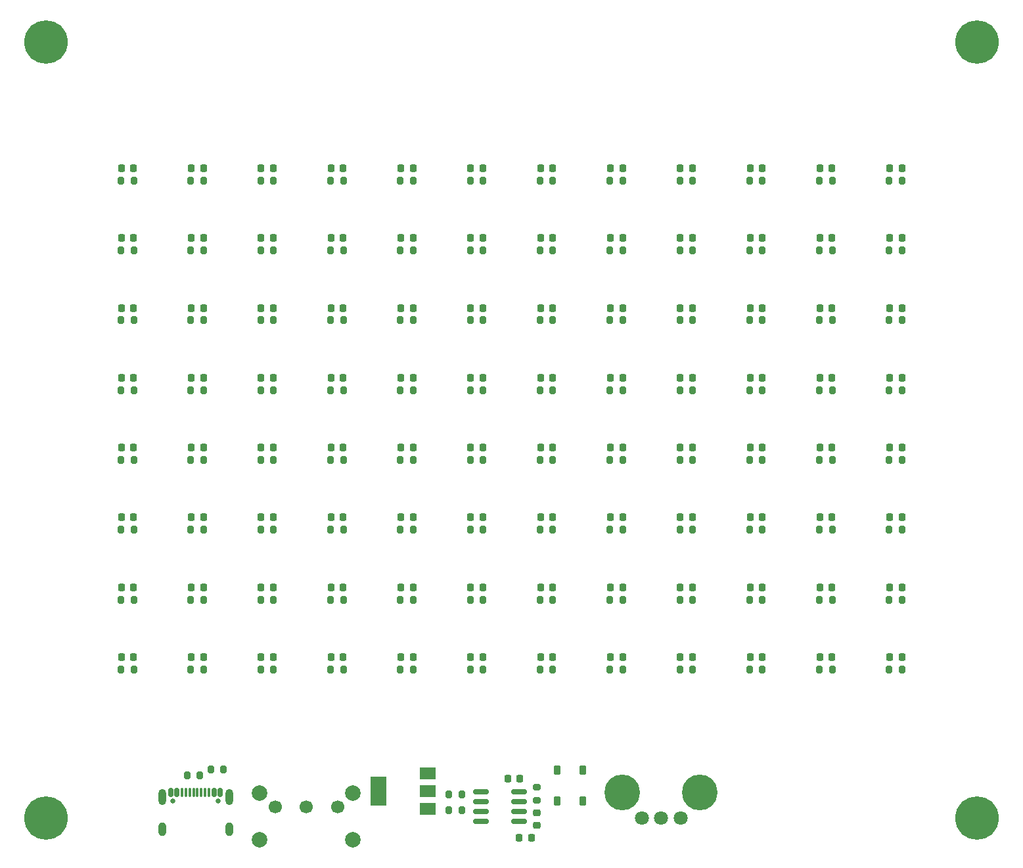
<source format=gbr>
%TF.GenerationSoftware,KiCad,Pcbnew,7.0.10*%
%TF.CreationDate,2024-06-08T12:57:56-05:00*%
%TF.ProjectId,viewer_rev2,76696577-6572-45f7-9265-76322e6b6963,rev?*%
%TF.SameCoordinates,PX62b48e0PY1ba8140*%
%TF.FileFunction,Soldermask,Top*%
%TF.FilePolarity,Negative*%
%FSLAX46Y46*%
G04 Gerber Fmt 4.6, Leading zero omitted, Abs format (unit mm)*
G04 Created by KiCad (PCBNEW 7.0.10) date 2024-06-08 12:57:56*
%MOMM*%
%LPD*%
G01*
G04 APERTURE LIST*
G04 Aperture macros list*
%AMRoundRect*
0 Rectangle with rounded corners*
0 $1 Rounding radius*
0 $2 $3 $4 $5 $6 $7 $8 $9 X,Y pos of 4 corners*
0 Add a 4 corners polygon primitive as box body*
4,1,4,$2,$3,$4,$5,$6,$7,$8,$9,$2,$3,0*
0 Add four circle primitives for the rounded corners*
1,1,$1+$1,$2,$3*
1,1,$1+$1,$4,$5*
1,1,$1+$1,$6,$7*
1,1,$1+$1,$8,$9*
0 Add four rect primitives between the rounded corners*
20,1,$1+$1,$2,$3,$4,$5,0*
20,1,$1+$1,$4,$5,$6,$7,0*
20,1,$1+$1,$6,$7,$8,$9,0*
20,1,$1+$1,$8,$9,$2,$3,0*%
G04 Aperture macros list end*
%ADD10RoundRect,0.200000X-0.200000X-0.275000X0.200000X-0.275000X0.200000X0.275000X-0.200000X0.275000X0*%
%ADD11RoundRect,0.218750X-0.218750X-0.256250X0.218750X-0.256250X0.218750X0.256250X-0.218750X0.256250X0*%
%ADD12RoundRect,0.200000X-0.275000X0.200000X-0.275000X-0.200000X0.275000X-0.200000X0.275000X0.200000X0*%
%ADD13RoundRect,0.225000X-0.225000X-0.250000X0.225000X-0.250000X0.225000X0.250000X-0.225000X0.250000X0*%
%ADD14RoundRect,0.225000X0.225000X0.250000X-0.225000X0.250000X-0.225000X-0.250000X0.225000X-0.250000X0*%
%ADD15RoundRect,0.225000X-0.225000X-0.375000X0.225000X-0.375000X0.225000X0.375000X-0.225000X0.375000X0*%
%ADD16R,2.000000X1.500000*%
%ADD17R,2.000000X3.800000*%
%ADD18C,5.600000*%
%ADD19C,2.000000*%
%ADD20C,1.700000*%
%ADD21RoundRect,0.200000X0.200000X0.275000X-0.200000X0.275000X-0.200000X-0.275000X0.200000X-0.275000X0*%
%ADD22RoundRect,0.225000X0.225000X0.375000X-0.225000X0.375000X-0.225000X-0.375000X0.225000X-0.375000X0*%
%ADD23C,4.600000*%
%ADD24C,1.800000*%
%ADD25C,0.650000*%
%ADD26RoundRect,0.150000X-0.150000X-0.425000X0.150000X-0.425000X0.150000X0.425000X-0.150000X0.425000X0*%
%ADD27RoundRect,0.075000X-0.075000X-0.500000X0.075000X-0.500000X0.075000X0.500000X-0.075000X0.500000X0*%
%ADD28O,1.000000X2.100000*%
%ADD29O,1.000000X1.800000*%
%ADD30RoundRect,0.150000X-0.825000X-0.150000X0.825000X-0.150000X0.825000X0.150000X-0.825000X0.150000X0*%
%ADD31RoundRect,0.225000X-0.250000X0.225000X-0.250000X-0.225000X0.250000X-0.225000X0.250000X0.225000X0*%
G04 APERTURE END LIST*
D10*
%TO.C,R18*%
X13650000Y-30840000D03*
X15300000Y-30840000D03*
%TD*%
D11*
%TO.C,D43*%
X49712500Y-47240000D03*
X51287500Y-47240000D03*
%TD*%
D12*
%TO.C,R3*%
X67250000Y-100040000D03*
X67250000Y-101690000D03*
%TD*%
D11*
%TO.C,D77*%
X31712500Y-74240000D03*
X33287500Y-74240000D03*
%TD*%
%TO.C,D76*%
X22712500Y-74240000D03*
X24287500Y-74240000D03*
%TD*%
D10*
%TO.C,R26*%
X85650000Y-30840000D03*
X87300000Y-30840000D03*
%TD*%
%TO.C,R59*%
X58650000Y-57840000D03*
X60300000Y-57840000D03*
%TD*%
%TO.C,R6*%
X13650000Y-21840000D03*
X15300000Y-21840000D03*
%TD*%
D11*
%TO.C,D61*%
X103712500Y-56240000D03*
X105287500Y-56240000D03*
%TD*%
D10*
%TO.C,R90*%
X13650000Y-84840000D03*
X15300000Y-84840000D03*
%TD*%
%TO.C,R70*%
X49650000Y-66840000D03*
X51300000Y-66840000D03*
%TD*%
D11*
%TO.C,D23*%
X85712500Y-29240000D03*
X87287500Y-29240000D03*
%TD*%
D10*
%TO.C,R63*%
X94650000Y-57840000D03*
X96300000Y-57840000D03*
%TD*%
D13*
%TO.C,C2*%
X64975000Y-106500000D03*
X66525000Y-106500000D03*
%TD*%
D10*
%TO.C,R5*%
X55925000Y-100900000D03*
X57575000Y-100900000D03*
%TD*%
%TO.C,R11*%
X58650000Y-21840000D03*
X60300000Y-21840000D03*
%TD*%
D11*
%TO.C,D70*%
X76712500Y-65240000D03*
X78287500Y-65240000D03*
%TD*%
D10*
%TO.C,R79*%
X22650000Y-75840000D03*
X24300000Y-75840000D03*
%TD*%
%TO.C,R80*%
X31650000Y-75840000D03*
X33300000Y-75840000D03*
%TD*%
%TO.C,R33*%
X40650000Y-39840000D03*
X42300000Y-39840000D03*
%TD*%
D11*
%TO.C,D17*%
X31712500Y-29240000D03*
X33287500Y-29240000D03*
%TD*%
%TO.C,D81*%
X67712500Y-74240000D03*
X69287500Y-74240000D03*
%TD*%
%TO.C,D6*%
X40712500Y-20240000D03*
X42287500Y-20240000D03*
%TD*%
D14*
%TO.C,C1*%
X65050000Y-98865000D03*
X63500000Y-98865000D03*
%TD*%
D15*
%TO.C,D2*%
X69850000Y-101750000D03*
X73150000Y-101750000D03*
%TD*%
D11*
%TO.C,D68*%
X58712500Y-65240000D03*
X60287500Y-65240000D03*
%TD*%
D10*
%TO.C,R19*%
X22650000Y-30840000D03*
X24300000Y-30840000D03*
%TD*%
D11*
%TO.C,D53*%
X31712500Y-56240000D03*
X33287500Y-56240000D03*
%TD*%
D10*
%TO.C,R34*%
X49650000Y-39840000D03*
X51300000Y-39840000D03*
%TD*%
%TO.C,R42*%
X13650000Y-48840000D03*
X15300000Y-48840000D03*
%TD*%
%TO.C,R1*%
X22175000Y-98500000D03*
X23825000Y-98500000D03*
%TD*%
D16*
%TO.C,Q1*%
X53150000Y-102800000D03*
X53150000Y-100500000D03*
D17*
X46850000Y-100500000D03*
D16*
X53150000Y-98200000D03*
%TD*%
D10*
%TO.C,R44*%
X31650000Y-48840000D03*
X33300000Y-48840000D03*
%TD*%
D11*
%TO.C,D27*%
X13712500Y-38240000D03*
X15287500Y-38240000D03*
%TD*%
D10*
%TO.C,R52*%
X103650000Y-48840000D03*
X105300000Y-48840000D03*
%TD*%
%TO.C,R32*%
X31650000Y-39840000D03*
X33300000Y-39840000D03*
%TD*%
%TO.C,R50*%
X85650000Y-48840000D03*
X87300000Y-48840000D03*
%TD*%
D11*
%TO.C,D64*%
X22712500Y-65240000D03*
X24287500Y-65240000D03*
%TD*%
%TO.C,D78*%
X40712500Y-74240000D03*
X42287500Y-74240000D03*
%TD*%
%TO.C,D34*%
X76712500Y-38240000D03*
X78287500Y-38240000D03*
%TD*%
D10*
%TO.C,R47*%
X58650000Y-48840000D03*
X60300000Y-48840000D03*
%TD*%
D11*
%TO.C,D9*%
X67712500Y-20240000D03*
X69287500Y-20240000D03*
%TD*%
D10*
%TO.C,R30*%
X13650000Y-39840000D03*
X15300000Y-39840000D03*
%TD*%
D11*
%TO.C,D75*%
X13712500Y-74240000D03*
X15287500Y-74240000D03*
%TD*%
%TO.C,D69*%
X67712500Y-65240000D03*
X69287500Y-65240000D03*
%TD*%
D18*
%TO.C,H1*%
X4000000Y-4000000D03*
%TD*%
D10*
%TO.C,R40*%
X103650000Y-39840000D03*
X105300000Y-39840000D03*
%TD*%
%TO.C,R94*%
X49650000Y-84840000D03*
X51300000Y-84840000D03*
%TD*%
%TO.C,R97*%
X76650000Y-84840000D03*
X78300000Y-84840000D03*
%TD*%
%TO.C,R38*%
X85650000Y-39840000D03*
X87300000Y-39840000D03*
%TD*%
D11*
%TO.C,D67*%
X49712500Y-65240000D03*
X51287500Y-65240000D03*
%TD*%
D10*
%TO.C,R16*%
X103650000Y-21840000D03*
X105300000Y-21840000D03*
%TD*%
%TO.C,R89*%
X112650000Y-75840000D03*
X114300000Y-75840000D03*
%TD*%
D11*
%TO.C,D31*%
X49712500Y-38240000D03*
X51287500Y-38240000D03*
%TD*%
%TO.C,D28*%
X22712500Y-38240000D03*
X24287500Y-38240000D03*
%TD*%
D10*
%TO.C,R61*%
X76650000Y-57840000D03*
X78300000Y-57840000D03*
%TD*%
%TO.C,R66*%
X13650000Y-66840000D03*
X15300000Y-66840000D03*
%TD*%
D19*
%TO.C,SW1*%
X31542500Y-100750000D03*
X31542500Y-106750000D03*
X43542500Y-100750000D03*
X43542500Y-106750000D03*
D20*
X33542500Y-102500000D03*
X37542500Y-102500000D03*
X41542500Y-102500000D03*
%TD*%
D11*
%TO.C,D82*%
X76712500Y-74240000D03*
X78287500Y-74240000D03*
%TD*%
%TO.C,D54*%
X40712500Y-56240000D03*
X42287500Y-56240000D03*
%TD*%
%TO.C,D44*%
X58712500Y-47240000D03*
X60287500Y-47240000D03*
%TD*%
D18*
%TO.C,H2*%
X124000000Y-4000000D03*
%TD*%
D11*
%TO.C,D66*%
X40712500Y-65240000D03*
X42287500Y-65240000D03*
%TD*%
D21*
%TO.C,R4*%
X57575000Y-103000000D03*
X55925000Y-103000000D03*
%TD*%
D10*
%TO.C,R81*%
X40650000Y-75840000D03*
X42300000Y-75840000D03*
%TD*%
%TO.C,R14*%
X85650000Y-21840000D03*
X87300000Y-21840000D03*
%TD*%
D11*
%TO.C,D4*%
X22712500Y-20240000D03*
X24287500Y-20240000D03*
%TD*%
D10*
%TO.C,R93*%
X40650000Y-84840000D03*
X42300000Y-84840000D03*
%TD*%
%TO.C,R78*%
X13650000Y-75840000D03*
X15300000Y-75840000D03*
%TD*%
D11*
%TO.C,D98*%
X112712500Y-83240000D03*
X114287500Y-83240000D03*
%TD*%
%TO.C,D24*%
X94712500Y-29240000D03*
X96287500Y-29240000D03*
%TD*%
D22*
%TO.C,D1*%
X73150000Y-97800000D03*
X69850000Y-97800000D03*
%TD*%
D10*
%TO.C,R100*%
X103650000Y-84840000D03*
X105300000Y-84840000D03*
%TD*%
D11*
%TO.C,D85*%
X103712500Y-74240000D03*
X105287500Y-74240000D03*
%TD*%
%TO.C,D20*%
X58712500Y-29240000D03*
X60287500Y-29240000D03*
%TD*%
%TO.C,D22*%
X76712500Y-29240000D03*
X78287500Y-29240000D03*
%TD*%
D10*
%TO.C,R95*%
X58650000Y-84840000D03*
X60300000Y-84840000D03*
%TD*%
D11*
%TO.C,D47*%
X85712500Y-47240000D03*
X87287500Y-47240000D03*
%TD*%
D10*
%TO.C,R27*%
X94650000Y-30840000D03*
X96300000Y-30840000D03*
%TD*%
%TO.C,R67*%
X22650000Y-66840000D03*
X24300000Y-66840000D03*
%TD*%
D11*
%TO.C,D62*%
X112712500Y-56240000D03*
X114287500Y-56240000D03*
%TD*%
%TO.C,D79*%
X49712500Y-74240000D03*
X51287500Y-74240000D03*
%TD*%
D10*
%TO.C,R71*%
X58650000Y-66840000D03*
X60300000Y-66840000D03*
%TD*%
%TO.C,R60*%
X67650000Y-57840000D03*
X69300000Y-57840000D03*
%TD*%
%TO.C,R77*%
X112650000Y-66840000D03*
X114300000Y-66840000D03*
%TD*%
D11*
%TO.C,D49*%
X103712500Y-47240000D03*
X105287500Y-47240000D03*
%TD*%
%TO.C,D3*%
X13712500Y-20240000D03*
X15287500Y-20240000D03*
%TD*%
D23*
%TO.C,RV1*%
X88250000Y-100700000D03*
X78250000Y-100700000D03*
D24*
X80750000Y-104000000D03*
X83250000Y-104000000D03*
X85750000Y-104000000D03*
%TD*%
D10*
%TO.C,R29*%
X112650000Y-30840000D03*
X114300000Y-30840000D03*
%TD*%
D11*
%TO.C,D90*%
X40712500Y-83240000D03*
X42287500Y-83240000D03*
%TD*%
D10*
%TO.C,R58*%
X49650000Y-57840000D03*
X51300000Y-57840000D03*
%TD*%
D11*
%TO.C,D57*%
X67712500Y-56240000D03*
X69287500Y-56240000D03*
%TD*%
D10*
%TO.C,R12*%
X67650000Y-21840000D03*
X69300000Y-21840000D03*
%TD*%
%TO.C,R46*%
X49650000Y-48840000D03*
X51300000Y-48840000D03*
%TD*%
%TO.C,R2*%
X25225000Y-97700000D03*
X26875000Y-97700000D03*
%TD*%
%TO.C,R55*%
X22650000Y-57840000D03*
X24300000Y-57840000D03*
%TD*%
%TO.C,R65*%
X112650000Y-57840000D03*
X114300000Y-57840000D03*
%TD*%
D11*
%TO.C,D72*%
X94712500Y-65240000D03*
X96287500Y-65240000D03*
%TD*%
%TO.C,D58*%
X76712500Y-56240000D03*
X78287500Y-56240000D03*
%TD*%
%TO.C,D80*%
X58712500Y-74240000D03*
X60287500Y-74240000D03*
%TD*%
D10*
%TO.C,R72*%
X67650000Y-66840000D03*
X69300000Y-66840000D03*
%TD*%
D11*
%TO.C,D26*%
X112712500Y-29240000D03*
X114287500Y-29240000D03*
%TD*%
D10*
%TO.C,R53*%
X112650000Y-48840000D03*
X114300000Y-48840000D03*
%TD*%
D11*
%TO.C,D89*%
X31712500Y-83240000D03*
X33287500Y-83240000D03*
%TD*%
D10*
%TO.C,R51*%
X94650000Y-48840000D03*
X96300000Y-48840000D03*
%TD*%
D11*
%TO.C,D52*%
X22712500Y-56240000D03*
X24287500Y-56240000D03*
%TD*%
D10*
%TO.C,R85*%
X76650000Y-75840000D03*
X78300000Y-75840000D03*
%TD*%
%TO.C,R43*%
X22650000Y-48840000D03*
X24300000Y-48840000D03*
%TD*%
%TO.C,R62*%
X85650000Y-57840000D03*
X87300000Y-57840000D03*
%TD*%
D11*
%TO.C,D30*%
X40712500Y-38240000D03*
X42287500Y-38240000D03*
%TD*%
D10*
%TO.C,R48*%
X67650000Y-48840000D03*
X69300000Y-48840000D03*
%TD*%
%TO.C,R84*%
X67650000Y-75840000D03*
X69300000Y-75840000D03*
%TD*%
%TO.C,R9*%
X40650000Y-21840000D03*
X42300000Y-21840000D03*
%TD*%
D11*
%TO.C,D73*%
X103712500Y-65240000D03*
X105287500Y-65240000D03*
%TD*%
D10*
%TO.C,R8*%
X31650000Y-21840000D03*
X33300000Y-21840000D03*
%TD*%
D11*
%TO.C,D32*%
X58712500Y-38240000D03*
X60287500Y-38240000D03*
%TD*%
D10*
%TO.C,R64*%
X103650000Y-57840000D03*
X105300000Y-57840000D03*
%TD*%
D11*
%TO.C,D95*%
X85712500Y-83240000D03*
X87287500Y-83240000D03*
%TD*%
%TO.C,D19*%
X49712500Y-29240000D03*
X51287500Y-29240000D03*
%TD*%
%TO.C,D55*%
X49712500Y-56240000D03*
X51287500Y-56240000D03*
%TD*%
%TO.C,D8*%
X58712500Y-20240000D03*
X60287500Y-20240000D03*
%TD*%
D10*
%TO.C,R13*%
X76650000Y-21840000D03*
X78300000Y-21840000D03*
%TD*%
D18*
%TO.C,H4*%
X124000000Y-104000000D03*
%TD*%
D11*
%TO.C,D83*%
X85712500Y-74240000D03*
X87287500Y-74240000D03*
%TD*%
D10*
%TO.C,R74*%
X85650000Y-66840000D03*
X87300000Y-66840000D03*
%TD*%
%TO.C,R35*%
X58650000Y-39840000D03*
X60300000Y-39840000D03*
%TD*%
D11*
%TO.C,D11*%
X85712500Y-20240000D03*
X87287500Y-20240000D03*
%TD*%
D10*
%TO.C,R99*%
X94650000Y-84840000D03*
X96300000Y-84840000D03*
%TD*%
D11*
%TO.C,D15*%
X13712500Y-29240000D03*
X15287500Y-29240000D03*
%TD*%
%TO.C,D29*%
X31712500Y-38240000D03*
X33287500Y-38240000D03*
%TD*%
%TO.C,D74*%
X112712500Y-65240000D03*
X114287500Y-65240000D03*
%TD*%
%TO.C,D51*%
X13712500Y-56240000D03*
X15287500Y-56240000D03*
%TD*%
%TO.C,D38*%
X112712500Y-38240000D03*
X114287500Y-38240000D03*
%TD*%
D25*
%TO.C,J2*%
X20360000Y-101745000D03*
X26140000Y-101745000D03*
D26*
X20050000Y-100670000D03*
X20850000Y-100670000D03*
D27*
X22000000Y-100670000D03*
X23000000Y-100670000D03*
X23500000Y-100670000D03*
X24500000Y-100670000D03*
D26*
X25650000Y-100670000D03*
X26450000Y-100670000D03*
X26450000Y-100670000D03*
X25650000Y-100670000D03*
D27*
X25000000Y-100670000D03*
X24000000Y-100670000D03*
X22500000Y-100670000D03*
X21500000Y-100670000D03*
D26*
X20850000Y-100670000D03*
X20050000Y-100670000D03*
D28*
X18930000Y-101245000D03*
D29*
X18930000Y-105425000D03*
D28*
X27570000Y-101245000D03*
D29*
X27570000Y-105425000D03*
%TD*%
D10*
%TO.C,R22*%
X49650000Y-30840000D03*
X51300000Y-30840000D03*
%TD*%
%TO.C,R69*%
X40650000Y-66840000D03*
X42300000Y-66840000D03*
%TD*%
D11*
%TO.C,D45*%
X67712500Y-47240000D03*
X69287500Y-47240000D03*
%TD*%
%TO.C,D35*%
X85712500Y-38240000D03*
X87287500Y-38240000D03*
%TD*%
%TO.C,D12*%
X94712500Y-20240000D03*
X96287500Y-20240000D03*
%TD*%
D10*
%TO.C,R10*%
X49650000Y-21840000D03*
X51300000Y-21840000D03*
%TD*%
D11*
%TO.C,D40*%
X22712500Y-47240000D03*
X24287500Y-47240000D03*
%TD*%
D10*
%TO.C,R21*%
X40650000Y-30840000D03*
X42300000Y-30840000D03*
%TD*%
D11*
%TO.C,D10*%
X76712500Y-20240000D03*
X78287500Y-20240000D03*
%TD*%
D10*
%TO.C,R101*%
X112650000Y-84840000D03*
X114300000Y-84840000D03*
%TD*%
D11*
%TO.C,D13*%
X103712500Y-20240000D03*
X105287500Y-20240000D03*
%TD*%
D10*
%TO.C,R36*%
X67650000Y-39840000D03*
X69300000Y-39840000D03*
%TD*%
%TO.C,R75*%
X94650000Y-66840000D03*
X96300000Y-66840000D03*
%TD*%
D11*
%TO.C,D7*%
X49712500Y-20240000D03*
X51287500Y-20240000D03*
%TD*%
%TO.C,D92*%
X58712500Y-83240000D03*
X60287500Y-83240000D03*
%TD*%
D10*
%TO.C,R37*%
X76650000Y-39840000D03*
X78300000Y-39840000D03*
%TD*%
D11*
%TO.C,D91*%
X49712500Y-83240000D03*
X51287500Y-83240000D03*
%TD*%
D10*
%TO.C,R31*%
X22650000Y-39840000D03*
X24300000Y-39840000D03*
%TD*%
%TO.C,R57*%
X40650000Y-57840000D03*
X42300000Y-57840000D03*
%TD*%
D11*
%TO.C,D86*%
X112712500Y-74240000D03*
X114287500Y-74240000D03*
%TD*%
%TO.C,D48*%
X94712500Y-47240000D03*
X96287500Y-47240000D03*
%TD*%
D10*
%TO.C,R45*%
X40650000Y-48840000D03*
X42300000Y-48840000D03*
%TD*%
D11*
%TO.C,D94*%
X76712500Y-83240000D03*
X78287500Y-83240000D03*
%TD*%
%TO.C,D21*%
X67712500Y-29240000D03*
X69287500Y-29240000D03*
%TD*%
D30*
%TO.C,U1*%
X60025000Y-100595000D03*
X60025000Y-101865000D03*
X60025000Y-103135000D03*
X60025000Y-104405000D03*
X64975000Y-104405000D03*
X64975000Y-103135000D03*
X64975000Y-101865000D03*
X64975000Y-100595000D03*
%TD*%
D11*
%TO.C,D41*%
X31712500Y-47240000D03*
X33287500Y-47240000D03*
%TD*%
%TO.C,D33*%
X67712500Y-38240000D03*
X69287500Y-38240000D03*
%TD*%
D10*
%TO.C,R17*%
X112650000Y-21840000D03*
X114300000Y-21840000D03*
%TD*%
%TO.C,R88*%
X103650000Y-75840000D03*
X105300000Y-75840000D03*
%TD*%
D11*
%TO.C,D46*%
X76712500Y-47240000D03*
X78287500Y-47240000D03*
%TD*%
D10*
%TO.C,R92*%
X31650000Y-84840000D03*
X33300000Y-84840000D03*
%TD*%
D31*
%TO.C,C3*%
X67250000Y-103340000D03*
X67250000Y-104890000D03*
%TD*%
D11*
%TO.C,D56*%
X58712500Y-56240000D03*
X60287500Y-56240000D03*
%TD*%
D10*
%TO.C,R41*%
X112650000Y-39840000D03*
X114300000Y-39840000D03*
%TD*%
%TO.C,R96*%
X67650000Y-84840000D03*
X69300000Y-84840000D03*
%TD*%
%TO.C,R83*%
X58650000Y-75840000D03*
X60300000Y-75840000D03*
%TD*%
D11*
%TO.C,D60*%
X94712500Y-56240000D03*
X96287500Y-56240000D03*
%TD*%
%TO.C,D36*%
X94712500Y-38240000D03*
X96287500Y-38240000D03*
%TD*%
D10*
%TO.C,R39*%
X94650000Y-39840000D03*
X96300000Y-39840000D03*
%TD*%
D11*
%TO.C,D59*%
X85712500Y-56240000D03*
X87287500Y-56240000D03*
%TD*%
D10*
%TO.C,R73*%
X76650000Y-66840000D03*
X78300000Y-66840000D03*
%TD*%
D18*
%TO.C,H3*%
X4000000Y-104000000D03*
%TD*%
D10*
%TO.C,R25*%
X76650000Y-30840000D03*
X78300000Y-30840000D03*
%TD*%
D11*
%TO.C,D5*%
X31712500Y-20240000D03*
X33287500Y-20240000D03*
%TD*%
%TO.C,D37*%
X103712500Y-38240000D03*
X105287500Y-38240000D03*
%TD*%
D10*
%TO.C,R76*%
X103650000Y-66840000D03*
X105300000Y-66840000D03*
%TD*%
%TO.C,R91*%
X22650000Y-84840000D03*
X24300000Y-84840000D03*
%TD*%
D11*
%TO.C,D42*%
X40712500Y-47240000D03*
X42287500Y-47240000D03*
%TD*%
%TO.C,D63*%
X13712500Y-65240000D03*
X15287500Y-65240000D03*
%TD*%
%TO.C,D65*%
X31712500Y-65240000D03*
X33287500Y-65240000D03*
%TD*%
%TO.C,D25*%
X103712500Y-29240000D03*
X105287500Y-29240000D03*
%TD*%
D10*
%TO.C,R82*%
X49650000Y-75840000D03*
X51300000Y-75840000D03*
%TD*%
%TO.C,R54*%
X13650000Y-57840000D03*
X15300000Y-57840000D03*
%TD*%
D11*
%TO.C,D97*%
X103712500Y-83240000D03*
X105287500Y-83240000D03*
%TD*%
D10*
%TO.C,R56*%
X31650000Y-57840000D03*
X33300000Y-57840000D03*
%TD*%
D11*
%TO.C,D16*%
X22712500Y-29240000D03*
X24287500Y-29240000D03*
%TD*%
%TO.C,D50*%
X112712500Y-47240000D03*
X114287500Y-47240000D03*
%TD*%
D10*
%TO.C,R15*%
X94650000Y-21840000D03*
X96300000Y-21840000D03*
%TD*%
D11*
%TO.C,D88*%
X22712500Y-83240000D03*
X24287500Y-83240000D03*
%TD*%
D10*
%TO.C,R23*%
X58650000Y-30840000D03*
X60300000Y-30840000D03*
%TD*%
%TO.C,R87*%
X94650000Y-75840000D03*
X96300000Y-75840000D03*
%TD*%
%TO.C,R24*%
X67650000Y-30840000D03*
X69300000Y-30840000D03*
%TD*%
%TO.C,R49*%
X76650000Y-48840000D03*
X78300000Y-48840000D03*
%TD*%
D11*
%TO.C,D87*%
X13712500Y-83240000D03*
X15287500Y-83240000D03*
%TD*%
D10*
%TO.C,R7*%
X22650000Y-21840000D03*
X24300000Y-21840000D03*
%TD*%
%TO.C,R98*%
X85650000Y-84840000D03*
X87300000Y-84840000D03*
%TD*%
D11*
%TO.C,D39*%
X13712500Y-47240000D03*
X15287500Y-47240000D03*
%TD*%
D10*
%TO.C,R68*%
X31650000Y-66840000D03*
X33300000Y-66840000D03*
%TD*%
D11*
%TO.C,D93*%
X67712500Y-83240000D03*
X69287500Y-83240000D03*
%TD*%
%TO.C,D71*%
X85712500Y-65240000D03*
X87287500Y-65240000D03*
%TD*%
%TO.C,D84*%
X94712500Y-74240000D03*
X96287500Y-74240000D03*
%TD*%
D10*
%TO.C,R28*%
X103650000Y-30840000D03*
X105300000Y-30840000D03*
%TD*%
D11*
%TO.C,D14*%
X112712500Y-20240000D03*
X114287500Y-20240000D03*
%TD*%
D10*
%TO.C,R86*%
X85650000Y-75840000D03*
X87300000Y-75840000D03*
%TD*%
D11*
%TO.C,D96*%
X94712500Y-83240000D03*
X96287500Y-83240000D03*
%TD*%
%TO.C,D18*%
X40712500Y-29240000D03*
X42287500Y-29240000D03*
%TD*%
D10*
%TO.C,R20*%
X31650000Y-30840000D03*
X33300000Y-30840000D03*
%TD*%
M02*

</source>
